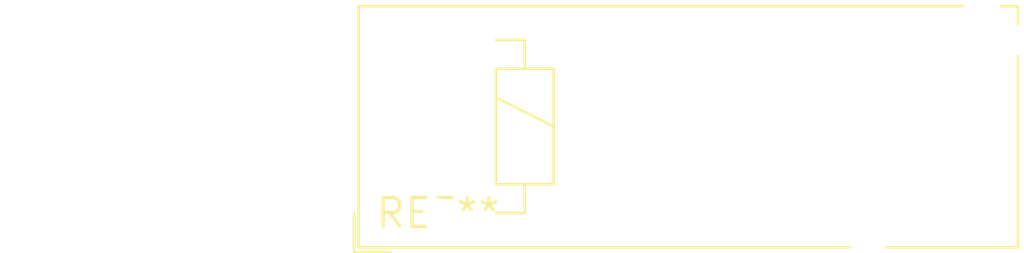
<source format=kicad_pcb>
(kicad_pcb (version 20240108) (generator pcbnew)
  (layers (0 "F.Cu" signal) (31 "B.Cu" signal) (34 "B.Paste" user) (35 "F.Paste" user) (36 "B.SilkS" user "B.Silkscreen") (37 "F.SilkS" user "F.Silkscreen") (38 "B.Mask" user) (39 "F.Mask" user) (44 "Edge.Cuts" user))
  (net 0 "")
  (footprint "Relay_1-Form-B_Schrack-RYII_RM5mm" (layer "F.Cu") (at 0 0)
    (property "Reference" "REF**")
    (property "Value" "Relay_1-Form-B_Schrack-RYII_RM5mm")
    (fp_line (start -3.7 0) (end -3.7 1.7) (layer "F.SilkS") (stroke (width 0.12)))
    (fp_line (start -3.7 1.7) (end -2.1 1.7) (layer "F.SilkS") (stroke (width 0.12)))
    (fp_line (start -3.5 -9.1) (end 23.1 -9.1) (layer "F.SilkS") (stroke (width 0.12)))
    (fp_line (start -3.5 1.5) (end -3.5 -9.1) (layer "F.SilkS") (stroke (width 0.12)))
    (fp_line (start 2.54 -7.62) (end 3.81 -7.62) (layer "F.SilkS") (stroke (width 0.12)))
    (fp_line (start 2.54 -6.35) (end 3.81 -6.35) (layer "F.SilkS") (stroke (width 0.12)))
    (fp_line (start 2.54 -5.08) (end 5.08 -3.81) (layer "F.SilkS") (stroke (width 0.12)))
    (fp_line (start 2.54 -1.27) (end 2.54 -6.35) (layer "F.SilkS") (stroke (width 0.12)))
    (fp_line (start 3.81 -7.62) (end 3.81 -6.35) (layer "F.SilkS") (stroke (width 0.12)))
    (fp_line (start 3.81 -6.35) (end 5.08 -6.35) (layer "F.SilkS") (stroke (width 0.12)))
    (fp_line (start 3.81 -1.27) (end 3.81 0) (layer "F.SilkS") (stroke (width 0.12)))
    (fp_line (start 3.81 0) (end 2.54 0) (layer "F.SilkS") (stroke (width 0.12)))
    (fp_line (start 5.08 -6.35) (end 5.08 -1.27) (layer "F.SilkS") (stroke (width 0.12)))
    (fp_line (start 5.08 -1.27) (end 2.54 -1.27) (layer "F.SilkS") (stroke (width 0.12)))
    (fp_line (start 18.1 1.5) (end -3.5 1.5) (layer "F.SilkS") (stroke (width 0.12)))
    (fp_line (start 24.75 -9.1) (end 25.5 -9.1) (layer "F.SilkS") (stroke (width 0.12)))
    (fp_line (start 25.45 1.5) (end 19.7 1.5) (layer "F.SilkS") (stroke (width 0.12)))
    (fp_line (start 25.5 -9.1) (end 25.5 -8.3) (layer "F.SilkS") (stroke (width 0.12)))
    (fp_line (start 25.5 -6.9) (end 25.5 1.5) (layer "F.SilkS") (stroke (width 0.12)))
    (pad "11" thru_hole circle (at 18.9 0) (size 3 3) (drill 1.3) (layers *.Cu *.Mask) (remove_unused_layers))
    (pad "12" thru_hole circle (at 23.94 -7.62) (size 3 3) (drill 1.3) (layers *.Cu *.Mask) (remove_unused_layers))
    (pad "A1" thru_hole rect (at 0 0) (size 2.54 2.54) (drill 1.3) (layers *.Cu *.Mask) (remove_unused_layers))
    (pad "A2" thru_hole circle (at 0 -7.62) (size 2.54 2.54) (drill 1.3) (layers *.Cu *.Mask) (remove_unused_layers))
  )
)
</source>
